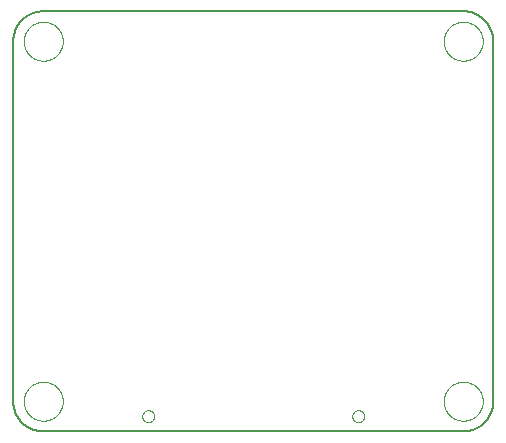
<source format=gko>
G75*
%MOIN*%
%OFA0B0*%
%FSLAX25Y25*%
%IPPOS*%
%LPD*%
%AMOC8*
5,1,8,0,0,1.08239X$1,22.5*
%
%ADD10C,0.00800*%
%ADD11C,0.00000*%
D10*
X0010000Y0000000D02*
X0150000Y0000000D01*
X0150242Y0000003D01*
X0150483Y0000012D01*
X0150724Y0000026D01*
X0150965Y0000047D01*
X0151205Y0000073D01*
X0151445Y0000105D01*
X0151684Y0000143D01*
X0151921Y0000186D01*
X0152158Y0000236D01*
X0152393Y0000291D01*
X0152627Y0000351D01*
X0152859Y0000418D01*
X0153090Y0000489D01*
X0153319Y0000567D01*
X0153546Y0000650D01*
X0153771Y0000738D01*
X0153994Y0000832D01*
X0154214Y0000931D01*
X0154432Y0001036D01*
X0154647Y0001145D01*
X0154860Y0001260D01*
X0155070Y0001380D01*
X0155276Y0001505D01*
X0155480Y0001635D01*
X0155681Y0001770D01*
X0155878Y0001910D01*
X0156072Y0002054D01*
X0156262Y0002203D01*
X0156448Y0002357D01*
X0156631Y0002515D01*
X0156810Y0002677D01*
X0156985Y0002844D01*
X0157156Y0003015D01*
X0157323Y0003190D01*
X0157485Y0003369D01*
X0157643Y0003552D01*
X0157797Y0003738D01*
X0157946Y0003928D01*
X0158090Y0004122D01*
X0158230Y0004319D01*
X0158365Y0004520D01*
X0158495Y0004724D01*
X0158620Y0004930D01*
X0158740Y0005140D01*
X0158855Y0005353D01*
X0158964Y0005568D01*
X0159069Y0005786D01*
X0159168Y0006006D01*
X0159262Y0006229D01*
X0159350Y0006454D01*
X0159433Y0006681D01*
X0159511Y0006910D01*
X0159582Y0007141D01*
X0159649Y0007373D01*
X0159709Y0007607D01*
X0159764Y0007842D01*
X0159814Y0008079D01*
X0159857Y0008316D01*
X0159895Y0008555D01*
X0159927Y0008795D01*
X0159953Y0009035D01*
X0159974Y0009276D01*
X0159988Y0009517D01*
X0159997Y0009758D01*
X0160000Y0010000D01*
X0160000Y0130000D01*
X0159997Y0130242D01*
X0159988Y0130483D01*
X0159974Y0130724D01*
X0159953Y0130965D01*
X0159927Y0131205D01*
X0159895Y0131445D01*
X0159857Y0131684D01*
X0159814Y0131921D01*
X0159764Y0132158D01*
X0159709Y0132393D01*
X0159649Y0132627D01*
X0159582Y0132859D01*
X0159511Y0133090D01*
X0159433Y0133319D01*
X0159350Y0133546D01*
X0159262Y0133771D01*
X0159168Y0133994D01*
X0159069Y0134214D01*
X0158964Y0134432D01*
X0158855Y0134647D01*
X0158740Y0134860D01*
X0158620Y0135070D01*
X0158495Y0135276D01*
X0158365Y0135480D01*
X0158230Y0135681D01*
X0158090Y0135878D01*
X0157946Y0136072D01*
X0157797Y0136262D01*
X0157643Y0136448D01*
X0157485Y0136631D01*
X0157323Y0136810D01*
X0157156Y0136985D01*
X0156985Y0137156D01*
X0156810Y0137323D01*
X0156631Y0137485D01*
X0156448Y0137643D01*
X0156262Y0137797D01*
X0156072Y0137946D01*
X0155878Y0138090D01*
X0155681Y0138230D01*
X0155480Y0138365D01*
X0155276Y0138495D01*
X0155070Y0138620D01*
X0154860Y0138740D01*
X0154647Y0138855D01*
X0154432Y0138964D01*
X0154214Y0139069D01*
X0153994Y0139168D01*
X0153771Y0139262D01*
X0153546Y0139350D01*
X0153319Y0139433D01*
X0153090Y0139511D01*
X0152859Y0139582D01*
X0152627Y0139649D01*
X0152393Y0139709D01*
X0152158Y0139764D01*
X0151921Y0139814D01*
X0151684Y0139857D01*
X0151445Y0139895D01*
X0151205Y0139927D01*
X0150965Y0139953D01*
X0150724Y0139974D01*
X0150483Y0139988D01*
X0150242Y0139997D01*
X0150000Y0140000D01*
X0010000Y0140000D01*
X0009758Y0139997D01*
X0009517Y0139988D01*
X0009276Y0139974D01*
X0009035Y0139953D01*
X0008795Y0139927D01*
X0008555Y0139895D01*
X0008316Y0139857D01*
X0008079Y0139814D01*
X0007842Y0139764D01*
X0007607Y0139709D01*
X0007373Y0139649D01*
X0007141Y0139582D01*
X0006910Y0139511D01*
X0006681Y0139433D01*
X0006454Y0139350D01*
X0006229Y0139262D01*
X0006006Y0139168D01*
X0005786Y0139069D01*
X0005568Y0138964D01*
X0005353Y0138855D01*
X0005140Y0138740D01*
X0004930Y0138620D01*
X0004724Y0138495D01*
X0004520Y0138365D01*
X0004319Y0138230D01*
X0004122Y0138090D01*
X0003928Y0137946D01*
X0003738Y0137797D01*
X0003552Y0137643D01*
X0003369Y0137485D01*
X0003190Y0137323D01*
X0003015Y0137156D01*
X0002844Y0136985D01*
X0002677Y0136810D01*
X0002515Y0136631D01*
X0002357Y0136448D01*
X0002203Y0136262D01*
X0002054Y0136072D01*
X0001910Y0135878D01*
X0001770Y0135681D01*
X0001635Y0135480D01*
X0001505Y0135276D01*
X0001380Y0135070D01*
X0001260Y0134860D01*
X0001145Y0134647D01*
X0001036Y0134432D01*
X0000931Y0134214D01*
X0000832Y0133994D01*
X0000738Y0133771D01*
X0000650Y0133546D01*
X0000567Y0133319D01*
X0000489Y0133090D01*
X0000418Y0132859D01*
X0000351Y0132627D01*
X0000291Y0132393D01*
X0000236Y0132158D01*
X0000186Y0131921D01*
X0000143Y0131684D01*
X0000105Y0131445D01*
X0000073Y0131205D01*
X0000047Y0130965D01*
X0000026Y0130724D01*
X0000012Y0130483D01*
X0000003Y0130242D01*
X0000000Y0130000D01*
X0000000Y0010000D01*
X0000003Y0009758D01*
X0000012Y0009517D01*
X0000026Y0009276D01*
X0000047Y0009035D01*
X0000073Y0008795D01*
X0000105Y0008555D01*
X0000143Y0008316D01*
X0000186Y0008079D01*
X0000236Y0007842D01*
X0000291Y0007607D01*
X0000351Y0007373D01*
X0000418Y0007141D01*
X0000489Y0006910D01*
X0000567Y0006681D01*
X0000650Y0006454D01*
X0000738Y0006229D01*
X0000832Y0006006D01*
X0000931Y0005786D01*
X0001036Y0005568D01*
X0001145Y0005353D01*
X0001260Y0005140D01*
X0001380Y0004930D01*
X0001505Y0004724D01*
X0001635Y0004520D01*
X0001770Y0004319D01*
X0001910Y0004122D01*
X0002054Y0003928D01*
X0002203Y0003738D01*
X0002357Y0003552D01*
X0002515Y0003369D01*
X0002677Y0003190D01*
X0002844Y0003015D01*
X0003015Y0002844D01*
X0003190Y0002677D01*
X0003369Y0002515D01*
X0003552Y0002357D01*
X0003738Y0002203D01*
X0003928Y0002054D01*
X0004122Y0001910D01*
X0004319Y0001770D01*
X0004520Y0001635D01*
X0004724Y0001505D01*
X0004930Y0001380D01*
X0005140Y0001260D01*
X0005353Y0001145D01*
X0005568Y0001036D01*
X0005786Y0000931D01*
X0006006Y0000832D01*
X0006229Y0000738D01*
X0006454Y0000650D01*
X0006681Y0000567D01*
X0006910Y0000489D01*
X0007141Y0000418D01*
X0007373Y0000351D01*
X0007607Y0000291D01*
X0007842Y0000236D01*
X0008079Y0000186D01*
X0008316Y0000143D01*
X0008555Y0000105D01*
X0008795Y0000073D01*
X0009035Y0000047D01*
X0009276Y0000026D01*
X0009517Y0000012D01*
X0009758Y0000003D01*
X0010000Y0000000D01*
D11*
X0003500Y0010000D02*
X0003502Y0010161D01*
X0003508Y0010321D01*
X0003518Y0010482D01*
X0003532Y0010642D01*
X0003550Y0010802D01*
X0003571Y0010961D01*
X0003597Y0011120D01*
X0003627Y0011278D01*
X0003660Y0011435D01*
X0003698Y0011592D01*
X0003739Y0011747D01*
X0003784Y0011901D01*
X0003833Y0012054D01*
X0003886Y0012206D01*
X0003942Y0012357D01*
X0004003Y0012506D01*
X0004066Y0012654D01*
X0004134Y0012800D01*
X0004205Y0012944D01*
X0004279Y0013086D01*
X0004357Y0013227D01*
X0004439Y0013365D01*
X0004524Y0013502D01*
X0004612Y0013636D01*
X0004704Y0013768D01*
X0004799Y0013898D01*
X0004897Y0014026D01*
X0004998Y0014151D01*
X0005102Y0014273D01*
X0005209Y0014393D01*
X0005319Y0014510D01*
X0005432Y0014625D01*
X0005548Y0014736D01*
X0005667Y0014845D01*
X0005788Y0014950D01*
X0005912Y0015053D01*
X0006038Y0015153D01*
X0006166Y0015249D01*
X0006297Y0015342D01*
X0006431Y0015432D01*
X0006566Y0015519D01*
X0006704Y0015602D01*
X0006843Y0015682D01*
X0006985Y0015758D01*
X0007128Y0015831D01*
X0007273Y0015900D01*
X0007420Y0015966D01*
X0007568Y0016028D01*
X0007718Y0016086D01*
X0007869Y0016141D01*
X0008022Y0016192D01*
X0008176Y0016239D01*
X0008331Y0016282D01*
X0008487Y0016321D01*
X0008643Y0016357D01*
X0008801Y0016388D01*
X0008959Y0016416D01*
X0009118Y0016440D01*
X0009278Y0016460D01*
X0009438Y0016476D01*
X0009598Y0016488D01*
X0009759Y0016496D01*
X0009920Y0016500D01*
X0010080Y0016500D01*
X0010241Y0016496D01*
X0010402Y0016488D01*
X0010562Y0016476D01*
X0010722Y0016460D01*
X0010882Y0016440D01*
X0011041Y0016416D01*
X0011199Y0016388D01*
X0011357Y0016357D01*
X0011513Y0016321D01*
X0011669Y0016282D01*
X0011824Y0016239D01*
X0011978Y0016192D01*
X0012131Y0016141D01*
X0012282Y0016086D01*
X0012432Y0016028D01*
X0012580Y0015966D01*
X0012727Y0015900D01*
X0012872Y0015831D01*
X0013015Y0015758D01*
X0013157Y0015682D01*
X0013296Y0015602D01*
X0013434Y0015519D01*
X0013569Y0015432D01*
X0013703Y0015342D01*
X0013834Y0015249D01*
X0013962Y0015153D01*
X0014088Y0015053D01*
X0014212Y0014950D01*
X0014333Y0014845D01*
X0014452Y0014736D01*
X0014568Y0014625D01*
X0014681Y0014510D01*
X0014791Y0014393D01*
X0014898Y0014273D01*
X0015002Y0014151D01*
X0015103Y0014026D01*
X0015201Y0013898D01*
X0015296Y0013768D01*
X0015388Y0013636D01*
X0015476Y0013502D01*
X0015561Y0013365D01*
X0015643Y0013227D01*
X0015721Y0013086D01*
X0015795Y0012944D01*
X0015866Y0012800D01*
X0015934Y0012654D01*
X0015997Y0012506D01*
X0016058Y0012357D01*
X0016114Y0012206D01*
X0016167Y0012054D01*
X0016216Y0011901D01*
X0016261Y0011747D01*
X0016302Y0011592D01*
X0016340Y0011435D01*
X0016373Y0011278D01*
X0016403Y0011120D01*
X0016429Y0010961D01*
X0016450Y0010802D01*
X0016468Y0010642D01*
X0016482Y0010482D01*
X0016492Y0010321D01*
X0016498Y0010161D01*
X0016500Y0010000D01*
X0016498Y0009839D01*
X0016492Y0009679D01*
X0016482Y0009518D01*
X0016468Y0009358D01*
X0016450Y0009198D01*
X0016429Y0009039D01*
X0016403Y0008880D01*
X0016373Y0008722D01*
X0016340Y0008565D01*
X0016302Y0008408D01*
X0016261Y0008253D01*
X0016216Y0008099D01*
X0016167Y0007946D01*
X0016114Y0007794D01*
X0016058Y0007643D01*
X0015997Y0007494D01*
X0015934Y0007346D01*
X0015866Y0007200D01*
X0015795Y0007056D01*
X0015721Y0006914D01*
X0015643Y0006773D01*
X0015561Y0006635D01*
X0015476Y0006498D01*
X0015388Y0006364D01*
X0015296Y0006232D01*
X0015201Y0006102D01*
X0015103Y0005974D01*
X0015002Y0005849D01*
X0014898Y0005727D01*
X0014791Y0005607D01*
X0014681Y0005490D01*
X0014568Y0005375D01*
X0014452Y0005264D01*
X0014333Y0005155D01*
X0014212Y0005050D01*
X0014088Y0004947D01*
X0013962Y0004847D01*
X0013834Y0004751D01*
X0013703Y0004658D01*
X0013569Y0004568D01*
X0013434Y0004481D01*
X0013296Y0004398D01*
X0013157Y0004318D01*
X0013015Y0004242D01*
X0012872Y0004169D01*
X0012727Y0004100D01*
X0012580Y0004034D01*
X0012432Y0003972D01*
X0012282Y0003914D01*
X0012131Y0003859D01*
X0011978Y0003808D01*
X0011824Y0003761D01*
X0011669Y0003718D01*
X0011513Y0003679D01*
X0011357Y0003643D01*
X0011199Y0003612D01*
X0011041Y0003584D01*
X0010882Y0003560D01*
X0010722Y0003540D01*
X0010562Y0003524D01*
X0010402Y0003512D01*
X0010241Y0003504D01*
X0010080Y0003500D01*
X0009920Y0003500D01*
X0009759Y0003504D01*
X0009598Y0003512D01*
X0009438Y0003524D01*
X0009278Y0003540D01*
X0009118Y0003560D01*
X0008959Y0003584D01*
X0008801Y0003612D01*
X0008643Y0003643D01*
X0008487Y0003679D01*
X0008331Y0003718D01*
X0008176Y0003761D01*
X0008022Y0003808D01*
X0007869Y0003859D01*
X0007718Y0003914D01*
X0007568Y0003972D01*
X0007420Y0004034D01*
X0007273Y0004100D01*
X0007128Y0004169D01*
X0006985Y0004242D01*
X0006843Y0004318D01*
X0006704Y0004398D01*
X0006566Y0004481D01*
X0006431Y0004568D01*
X0006297Y0004658D01*
X0006166Y0004751D01*
X0006038Y0004847D01*
X0005912Y0004947D01*
X0005788Y0005050D01*
X0005667Y0005155D01*
X0005548Y0005264D01*
X0005432Y0005375D01*
X0005319Y0005490D01*
X0005209Y0005607D01*
X0005102Y0005727D01*
X0004998Y0005849D01*
X0004897Y0005974D01*
X0004799Y0006102D01*
X0004704Y0006232D01*
X0004612Y0006364D01*
X0004524Y0006498D01*
X0004439Y0006635D01*
X0004357Y0006773D01*
X0004279Y0006914D01*
X0004205Y0007056D01*
X0004134Y0007200D01*
X0004066Y0007346D01*
X0004003Y0007494D01*
X0003942Y0007643D01*
X0003886Y0007794D01*
X0003833Y0007946D01*
X0003784Y0008099D01*
X0003739Y0008253D01*
X0003698Y0008408D01*
X0003660Y0008565D01*
X0003627Y0008722D01*
X0003597Y0008880D01*
X0003571Y0009039D01*
X0003550Y0009198D01*
X0003532Y0009358D01*
X0003518Y0009518D01*
X0003508Y0009679D01*
X0003502Y0009839D01*
X0003500Y0010000D01*
X0043000Y0005000D02*
X0043002Y0005089D01*
X0043008Y0005178D01*
X0043018Y0005267D01*
X0043032Y0005355D01*
X0043049Y0005442D01*
X0043071Y0005528D01*
X0043097Y0005614D01*
X0043126Y0005698D01*
X0043159Y0005781D01*
X0043195Y0005862D01*
X0043236Y0005942D01*
X0043279Y0006019D01*
X0043326Y0006095D01*
X0043377Y0006168D01*
X0043430Y0006239D01*
X0043487Y0006308D01*
X0043547Y0006374D01*
X0043610Y0006438D01*
X0043675Y0006498D01*
X0043743Y0006556D01*
X0043814Y0006610D01*
X0043887Y0006661D01*
X0043962Y0006709D01*
X0044039Y0006754D01*
X0044118Y0006795D01*
X0044199Y0006832D01*
X0044281Y0006866D01*
X0044365Y0006897D01*
X0044450Y0006923D01*
X0044536Y0006946D01*
X0044623Y0006964D01*
X0044711Y0006979D01*
X0044800Y0006990D01*
X0044889Y0006997D01*
X0044978Y0007000D01*
X0045067Y0006999D01*
X0045156Y0006994D01*
X0045244Y0006985D01*
X0045333Y0006972D01*
X0045420Y0006955D01*
X0045507Y0006935D01*
X0045593Y0006910D01*
X0045677Y0006882D01*
X0045760Y0006850D01*
X0045842Y0006814D01*
X0045922Y0006775D01*
X0046000Y0006732D01*
X0046076Y0006686D01*
X0046150Y0006636D01*
X0046222Y0006583D01*
X0046291Y0006527D01*
X0046358Y0006468D01*
X0046422Y0006406D01*
X0046483Y0006342D01*
X0046542Y0006274D01*
X0046597Y0006204D01*
X0046649Y0006132D01*
X0046698Y0006057D01*
X0046743Y0005981D01*
X0046785Y0005902D01*
X0046823Y0005822D01*
X0046858Y0005740D01*
X0046889Y0005656D01*
X0046917Y0005571D01*
X0046940Y0005485D01*
X0046960Y0005398D01*
X0046976Y0005311D01*
X0046988Y0005222D01*
X0046996Y0005134D01*
X0047000Y0005045D01*
X0047000Y0004955D01*
X0046996Y0004866D01*
X0046988Y0004778D01*
X0046976Y0004689D01*
X0046960Y0004602D01*
X0046940Y0004515D01*
X0046917Y0004429D01*
X0046889Y0004344D01*
X0046858Y0004260D01*
X0046823Y0004178D01*
X0046785Y0004098D01*
X0046743Y0004019D01*
X0046698Y0003943D01*
X0046649Y0003868D01*
X0046597Y0003796D01*
X0046542Y0003726D01*
X0046483Y0003658D01*
X0046422Y0003594D01*
X0046358Y0003532D01*
X0046291Y0003473D01*
X0046222Y0003417D01*
X0046150Y0003364D01*
X0046076Y0003314D01*
X0046000Y0003268D01*
X0045922Y0003225D01*
X0045842Y0003186D01*
X0045760Y0003150D01*
X0045677Y0003118D01*
X0045593Y0003090D01*
X0045507Y0003065D01*
X0045420Y0003045D01*
X0045333Y0003028D01*
X0045244Y0003015D01*
X0045156Y0003006D01*
X0045067Y0003001D01*
X0044978Y0003000D01*
X0044889Y0003003D01*
X0044800Y0003010D01*
X0044711Y0003021D01*
X0044623Y0003036D01*
X0044536Y0003054D01*
X0044450Y0003077D01*
X0044365Y0003103D01*
X0044281Y0003134D01*
X0044199Y0003168D01*
X0044118Y0003205D01*
X0044039Y0003246D01*
X0043962Y0003291D01*
X0043887Y0003339D01*
X0043814Y0003390D01*
X0043743Y0003444D01*
X0043675Y0003502D01*
X0043610Y0003562D01*
X0043547Y0003626D01*
X0043487Y0003692D01*
X0043430Y0003761D01*
X0043377Y0003832D01*
X0043326Y0003905D01*
X0043279Y0003981D01*
X0043236Y0004058D01*
X0043195Y0004138D01*
X0043159Y0004219D01*
X0043126Y0004302D01*
X0043097Y0004386D01*
X0043071Y0004472D01*
X0043049Y0004558D01*
X0043032Y0004645D01*
X0043018Y0004733D01*
X0043008Y0004822D01*
X0043002Y0004911D01*
X0043000Y0005000D01*
X0113000Y0005000D02*
X0113002Y0005089D01*
X0113008Y0005178D01*
X0113018Y0005267D01*
X0113032Y0005355D01*
X0113049Y0005442D01*
X0113071Y0005528D01*
X0113097Y0005614D01*
X0113126Y0005698D01*
X0113159Y0005781D01*
X0113195Y0005862D01*
X0113236Y0005942D01*
X0113279Y0006019D01*
X0113326Y0006095D01*
X0113377Y0006168D01*
X0113430Y0006239D01*
X0113487Y0006308D01*
X0113547Y0006374D01*
X0113610Y0006438D01*
X0113675Y0006498D01*
X0113743Y0006556D01*
X0113814Y0006610D01*
X0113887Y0006661D01*
X0113962Y0006709D01*
X0114039Y0006754D01*
X0114118Y0006795D01*
X0114199Y0006832D01*
X0114281Y0006866D01*
X0114365Y0006897D01*
X0114450Y0006923D01*
X0114536Y0006946D01*
X0114623Y0006964D01*
X0114711Y0006979D01*
X0114800Y0006990D01*
X0114889Y0006997D01*
X0114978Y0007000D01*
X0115067Y0006999D01*
X0115156Y0006994D01*
X0115244Y0006985D01*
X0115333Y0006972D01*
X0115420Y0006955D01*
X0115507Y0006935D01*
X0115593Y0006910D01*
X0115677Y0006882D01*
X0115760Y0006850D01*
X0115842Y0006814D01*
X0115922Y0006775D01*
X0116000Y0006732D01*
X0116076Y0006686D01*
X0116150Y0006636D01*
X0116222Y0006583D01*
X0116291Y0006527D01*
X0116358Y0006468D01*
X0116422Y0006406D01*
X0116483Y0006342D01*
X0116542Y0006274D01*
X0116597Y0006204D01*
X0116649Y0006132D01*
X0116698Y0006057D01*
X0116743Y0005981D01*
X0116785Y0005902D01*
X0116823Y0005822D01*
X0116858Y0005740D01*
X0116889Y0005656D01*
X0116917Y0005571D01*
X0116940Y0005485D01*
X0116960Y0005398D01*
X0116976Y0005311D01*
X0116988Y0005222D01*
X0116996Y0005134D01*
X0117000Y0005045D01*
X0117000Y0004955D01*
X0116996Y0004866D01*
X0116988Y0004778D01*
X0116976Y0004689D01*
X0116960Y0004602D01*
X0116940Y0004515D01*
X0116917Y0004429D01*
X0116889Y0004344D01*
X0116858Y0004260D01*
X0116823Y0004178D01*
X0116785Y0004098D01*
X0116743Y0004019D01*
X0116698Y0003943D01*
X0116649Y0003868D01*
X0116597Y0003796D01*
X0116542Y0003726D01*
X0116483Y0003658D01*
X0116422Y0003594D01*
X0116358Y0003532D01*
X0116291Y0003473D01*
X0116222Y0003417D01*
X0116150Y0003364D01*
X0116076Y0003314D01*
X0116000Y0003268D01*
X0115922Y0003225D01*
X0115842Y0003186D01*
X0115760Y0003150D01*
X0115677Y0003118D01*
X0115593Y0003090D01*
X0115507Y0003065D01*
X0115420Y0003045D01*
X0115333Y0003028D01*
X0115244Y0003015D01*
X0115156Y0003006D01*
X0115067Y0003001D01*
X0114978Y0003000D01*
X0114889Y0003003D01*
X0114800Y0003010D01*
X0114711Y0003021D01*
X0114623Y0003036D01*
X0114536Y0003054D01*
X0114450Y0003077D01*
X0114365Y0003103D01*
X0114281Y0003134D01*
X0114199Y0003168D01*
X0114118Y0003205D01*
X0114039Y0003246D01*
X0113962Y0003291D01*
X0113887Y0003339D01*
X0113814Y0003390D01*
X0113743Y0003444D01*
X0113675Y0003502D01*
X0113610Y0003562D01*
X0113547Y0003626D01*
X0113487Y0003692D01*
X0113430Y0003761D01*
X0113377Y0003832D01*
X0113326Y0003905D01*
X0113279Y0003981D01*
X0113236Y0004058D01*
X0113195Y0004138D01*
X0113159Y0004219D01*
X0113126Y0004302D01*
X0113097Y0004386D01*
X0113071Y0004472D01*
X0113049Y0004558D01*
X0113032Y0004645D01*
X0113018Y0004733D01*
X0113008Y0004822D01*
X0113002Y0004911D01*
X0113000Y0005000D01*
X0143500Y0010000D02*
X0143502Y0010161D01*
X0143508Y0010321D01*
X0143518Y0010482D01*
X0143532Y0010642D01*
X0143550Y0010802D01*
X0143571Y0010961D01*
X0143597Y0011120D01*
X0143627Y0011278D01*
X0143660Y0011435D01*
X0143698Y0011592D01*
X0143739Y0011747D01*
X0143784Y0011901D01*
X0143833Y0012054D01*
X0143886Y0012206D01*
X0143942Y0012357D01*
X0144003Y0012506D01*
X0144066Y0012654D01*
X0144134Y0012800D01*
X0144205Y0012944D01*
X0144279Y0013086D01*
X0144357Y0013227D01*
X0144439Y0013365D01*
X0144524Y0013502D01*
X0144612Y0013636D01*
X0144704Y0013768D01*
X0144799Y0013898D01*
X0144897Y0014026D01*
X0144998Y0014151D01*
X0145102Y0014273D01*
X0145209Y0014393D01*
X0145319Y0014510D01*
X0145432Y0014625D01*
X0145548Y0014736D01*
X0145667Y0014845D01*
X0145788Y0014950D01*
X0145912Y0015053D01*
X0146038Y0015153D01*
X0146166Y0015249D01*
X0146297Y0015342D01*
X0146431Y0015432D01*
X0146566Y0015519D01*
X0146704Y0015602D01*
X0146843Y0015682D01*
X0146985Y0015758D01*
X0147128Y0015831D01*
X0147273Y0015900D01*
X0147420Y0015966D01*
X0147568Y0016028D01*
X0147718Y0016086D01*
X0147869Y0016141D01*
X0148022Y0016192D01*
X0148176Y0016239D01*
X0148331Y0016282D01*
X0148487Y0016321D01*
X0148643Y0016357D01*
X0148801Y0016388D01*
X0148959Y0016416D01*
X0149118Y0016440D01*
X0149278Y0016460D01*
X0149438Y0016476D01*
X0149598Y0016488D01*
X0149759Y0016496D01*
X0149920Y0016500D01*
X0150080Y0016500D01*
X0150241Y0016496D01*
X0150402Y0016488D01*
X0150562Y0016476D01*
X0150722Y0016460D01*
X0150882Y0016440D01*
X0151041Y0016416D01*
X0151199Y0016388D01*
X0151357Y0016357D01*
X0151513Y0016321D01*
X0151669Y0016282D01*
X0151824Y0016239D01*
X0151978Y0016192D01*
X0152131Y0016141D01*
X0152282Y0016086D01*
X0152432Y0016028D01*
X0152580Y0015966D01*
X0152727Y0015900D01*
X0152872Y0015831D01*
X0153015Y0015758D01*
X0153157Y0015682D01*
X0153296Y0015602D01*
X0153434Y0015519D01*
X0153569Y0015432D01*
X0153703Y0015342D01*
X0153834Y0015249D01*
X0153962Y0015153D01*
X0154088Y0015053D01*
X0154212Y0014950D01*
X0154333Y0014845D01*
X0154452Y0014736D01*
X0154568Y0014625D01*
X0154681Y0014510D01*
X0154791Y0014393D01*
X0154898Y0014273D01*
X0155002Y0014151D01*
X0155103Y0014026D01*
X0155201Y0013898D01*
X0155296Y0013768D01*
X0155388Y0013636D01*
X0155476Y0013502D01*
X0155561Y0013365D01*
X0155643Y0013227D01*
X0155721Y0013086D01*
X0155795Y0012944D01*
X0155866Y0012800D01*
X0155934Y0012654D01*
X0155997Y0012506D01*
X0156058Y0012357D01*
X0156114Y0012206D01*
X0156167Y0012054D01*
X0156216Y0011901D01*
X0156261Y0011747D01*
X0156302Y0011592D01*
X0156340Y0011435D01*
X0156373Y0011278D01*
X0156403Y0011120D01*
X0156429Y0010961D01*
X0156450Y0010802D01*
X0156468Y0010642D01*
X0156482Y0010482D01*
X0156492Y0010321D01*
X0156498Y0010161D01*
X0156500Y0010000D01*
X0156498Y0009839D01*
X0156492Y0009679D01*
X0156482Y0009518D01*
X0156468Y0009358D01*
X0156450Y0009198D01*
X0156429Y0009039D01*
X0156403Y0008880D01*
X0156373Y0008722D01*
X0156340Y0008565D01*
X0156302Y0008408D01*
X0156261Y0008253D01*
X0156216Y0008099D01*
X0156167Y0007946D01*
X0156114Y0007794D01*
X0156058Y0007643D01*
X0155997Y0007494D01*
X0155934Y0007346D01*
X0155866Y0007200D01*
X0155795Y0007056D01*
X0155721Y0006914D01*
X0155643Y0006773D01*
X0155561Y0006635D01*
X0155476Y0006498D01*
X0155388Y0006364D01*
X0155296Y0006232D01*
X0155201Y0006102D01*
X0155103Y0005974D01*
X0155002Y0005849D01*
X0154898Y0005727D01*
X0154791Y0005607D01*
X0154681Y0005490D01*
X0154568Y0005375D01*
X0154452Y0005264D01*
X0154333Y0005155D01*
X0154212Y0005050D01*
X0154088Y0004947D01*
X0153962Y0004847D01*
X0153834Y0004751D01*
X0153703Y0004658D01*
X0153569Y0004568D01*
X0153434Y0004481D01*
X0153296Y0004398D01*
X0153157Y0004318D01*
X0153015Y0004242D01*
X0152872Y0004169D01*
X0152727Y0004100D01*
X0152580Y0004034D01*
X0152432Y0003972D01*
X0152282Y0003914D01*
X0152131Y0003859D01*
X0151978Y0003808D01*
X0151824Y0003761D01*
X0151669Y0003718D01*
X0151513Y0003679D01*
X0151357Y0003643D01*
X0151199Y0003612D01*
X0151041Y0003584D01*
X0150882Y0003560D01*
X0150722Y0003540D01*
X0150562Y0003524D01*
X0150402Y0003512D01*
X0150241Y0003504D01*
X0150080Y0003500D01*
X0149920Y0003500D01*
X0149759Y0003504D01*
X0149598Y0003512D01*
X0149438Y0003524D01*
X0149278Y0003540D01*
X0149118Y0003560D01*
X0148959Y0003584D01*
X0148801Y0003612D01*
X0148643Y0003643D01*
X0148487Y0003679D01*
X0148331Y0003718D01*
X0148176Y0003761D01*
X0148022Y0003808D01*
X0147869Y0003859D01*
X0147718Y0003914D01*
X0147568Y0003972D01*
X0147420Y0004034D01*
X0147273Y0004100D01*
X0147128Y0004169D01*
X0146985Y0004242D01*
X0146843Y0004318D01*
X0146704Y0004398D01*
X0146566Y0004481D01*
X0146431Y0004568D01*
X0146297Y0004658D01*
X0146166Y0004751D01*
X0146038Y0004847D01*
X0145912Y0004947D01*
X0145788Y0005050D01*
X0145667Y0005155D01*
X0145548Y0005264D01*
X0145432Y0005375D01*
X0145319Y0005490D01*
X0145209Y0005607D01*
X0145102Y0005727D01*
X0144998Y0005849D01*
X0144897Y0005974D01*
X0144799Y0006102D01*
X0144704Y0006232D01*
X0144612Y0006364D01*
X0144524Y0006498D01*
X0144439Y0006635D01*
X0144357Y0006773D01*
X0144279Y0006914D01*
X0144205Y0007056D01*
X0144134Y0007200D01*
X0144066Y0007346D01*
X0144003Y0007494D01*
X0143942Y0007643D01*
X0143886Y0007794D01*
X0143833Y0007946D01*
X0143784Y0008099D01*
X0143739Y0008253D01*
X0143698Y0008408D01*
X0143660Y0008565D01*
X0143627Y0008722D01*
X0143597Y0008880D01*
X0143571Y0009039D01*
X0143550Y0009198D01*
X0143532Y0009358D01*
X0143518Y0009518D01*
X0143508Y0009679D01*
X0143502Y0009839D01*
X0143500Y0010000D01*
X0143500Y0130000D02*
X0143502Y0130161D01*
X0143508Y0130321D01*
X0143518Y0130482D01*
X0143532Y0130642D01*
X0143550Y0130802D01*
X0143571Y0130961D01*
X0143597Y0131120D01*
X0143627Y0131278D01*
X0143660Y0131435D01*
X0143698Y0131592D01*
X0143739Y0131747D01*
X0143784Y0131901D01*
X0143833Y0132054D01*
X0143886Y0132206D01*
X0143942Y0132357D01*
X0144003Y0132506D01*
X0144066Y0132654D01*
X0144134Y0132800D01*
X0144205Y0132944D01*
X0144279Y0133086D01*
X0144357Y0133227D01*
X0144439Y0133365D01*
X0144524Y0133502D01*
X0144612Y0133636D01*
X0144704Y0133768D01*
X0144799Y0133898D01*
X0144897Y0134026D01*
X0144998Y0134151D01*
X0145102Y0134273D01*
X0145209Y0134393D01*
X0145319Y0134510D01*
X0145432Y0134625D01*
X0145548Y0134736D01*
X0145667Y0134845D01*
X0145788Y0134950D01*
X0145912Y0135053D01*
X0146038Y0135153D01*
X0146166Y0135249D01*
X0146297Y0135342D01*
X0146431Y0135432D01*
X0146566Y0135519D01*
X0146704Y0135602D01*
X0146843Y0135682D01*
X0146985Y0135758D01*
X0147128Y0135831D01*
X0147273Y0135900D01*
X0147420Y0135966D01*
X0147568Y0136028D01*
X0147718Y0136086D01*
X0147869Y0136141D01*
X0148022Y0136192D01*
X0148176Y0136239D01*
X0148331Y0136282D01*
X0148487Y0136321D01*
X0148643Y0136357D01*
X0148801Y0136388D01*
X0148959Y0136416D01*
X0149118Y0136440D01*
X0149278Y0136460D01*
X0149438Y0136476D01*
X0149598Y0136488D01*
X0149759Y0136496D01*
X0149920Y0136500D01*
X0150080Y0136500D01*
X0150241Y0136496D01*
X0150402Y0136488D01*
X0150562Y0136476D01*
X0150722Y0136460D01*
X0150882Y0136440D01*
X0151041Y0136416D01*
X0151199Y0136388D01*
X0151357Y0136357D01*
X0151513Y0136321D01*
X0151669Y0136282D01*
X0151824Y0136239D01*
X0151978Y0136192D01*
X0152131Y0136141D01*
X0152282Y0136086D01*
X0152432Y0136028D01*
X0152580Y0135966D01*
X0152727Y0135900D01*
X0152872Y0135831D01*
X0153015Y0135758D01*
X0153157Y0135682D01*
X0153296Y0135602D01*
X0153434Y0135519D01*
X0153569Y0135432D01*
X0153703Y0135342D01*
X0153834Y0135249D01*
X0153962Y0135153D01*
X0154088Y0135053D01*
X0154212Y0134950D01*
X0154333Y0134845D01*
X0154452Y0134736D01*
X0154568Y0134625D01*
X0154681Y0134510D01*
X0154791Y0134393D01*
X0154898Y0134273D01*
X0155002Y0134151D01*
X0155103Y0134026D01*
X0155201Y0133898D01*
X0155296Y0133768D01*
X0155388Y0133636D01*
X0155476Y0133502D01*
X0155561Y0133365D01*
X0155643Y0133227D01*
X0155721Y0133086D01*
X0155795Y0132944D01*
X0155866Y0132800D01*
X0155934Y0132654D01*
X0155997Y0132506D01*
X0156058Y0132357D01*
X0156114Y0132206D01*
X0156167Y0132054D01*
X0156216Y0131901D01*
X0156261Y0131747D01*
X0156302Y0131592D01*
X0156340Y0131435D01*
X0156373Y0131278D01*
X0156403Y0131120D01*
X0156429Y0130961D01*
X0156450Y0130802D01*
X0156468Y0130642D01*
X0156482Y0130482D01*
X0156492Y0130321D01*
X0156498Y0130161D01*
X0156500Y0130000D01*
X0156498Y0129839D01*
X0156492Y0129679D01*
X0156482Y0129518D01*
X0156468Y0129358D01*
X0156450Y0129198D01*
X0156429Y0129039D01*
X0156403Y0128880D01*
X0156373Y0128722D01*
X0156340Y0128565D01*
X0156302Y0128408D01*
X0156261Y0128253D01*
X0156216Y0128099D01*
X0156167Y0127946D01*
X0156114Y0127794D01*
X0156058Y0127643D01*
X0155997Y0127494D01*
X0155934Y0127346D01*
X0155866Y0127200D01*
X0155795Y0127056D01*
X0155721Y0126914D01*
X0155643Y0126773D01*
X0155561Y0126635D01*
X0155476Y0126498D01*
X0155388Y0126364D01*
X0155296Y0126232D01*
X0155201Y0126102D01*
X0155103Y0125974D01*
X0155002Y0125849D01*
X0154898Y0125727D01*
X0154791Y0125607D01*
X0154681Y0125490D01*
X0154568Y0125375D01*
X0154452Y0125264D01*
X0154333Y0125155D01*
X0154212Y0125050D01*
X0154088Y0124947D01*
X0153962Y0124847D01*
X0153834Y0124751D01*
X0153703Y0124658D01*
X0153569Y0124568D01*
X0153434Y0124481D01*
X0153296Y0124398D01*
X0153157Y0124318D01*
X0153015Y0124242D01*
X0152872Y0124169D01*
X0152727Y0124100D01*
X0152580Y0124034D01*
X0152432Y0123972D01*
X0152282Y0123914D01*
X0152131Y0123859D01*
X0151978Y0123808D01*
X0151824Y0123761D01*
X0151669Y0123718D01*
X0151513Y0123679D01*
X0151357Y0123643D01*
X0151199Y0123612D01*
X0151041Y0123584D01*
X0150882Y0123560D01*
X0150722Y0123540D01*
X0150562Y0123524D01*
X0150402Y0123512D01*
X0150241Y0123504D01*
X0150080Y0123500D01*
X0149920Y0123500D01*
X0149759Y0123504D01*
X0149598Y0123512D01*
X0149438Y0123524D01*
X0149278Y0123540D01*
X0149118Y0123560D01*
X0148959Y0123584D01*
X0148801Y0123612D01*
X0148643Y0123643D01*
X0148487Y0123679D01*
X0148331Y0123718D01*
X0148176Y0123761D01*
X0148022Y0123808D01*
X0147869Y0123859D01*
X0147718Y0123914D01*
X0147568Y0123972D01*
X0147420Y0124034D01*
X0147273Y0124100D01*
X0147128Y0124169D01*
X0146985Y0124242D01*
X0146843Y0124318D01*
X0146704Y0124398D01*
X0146566Y0124481D01*
X0146431Y0124568D01*
X0146297Y0124658D01*
X0146166Y0124751D01*
X0146038Y0124847D01*
X0145912Y0124947D01*
X0145788Y0125050D01*
X0145667Y0125155D01*
X0145548Y0125264D01*
X0145432Y0125375D01*
X0145319Y0125490D01*
X0145209Y0125607D01*
X0145102Y0125727D01*
X0144998Y0125849D01*
X0144897Y0125974D01*
X0144799Y0126102D01*
X0144704Y0126232D01*
X0144612Y0126364D01*
X0144524Y0126498D01*
X0144439Y0126635D01*
X0144357Y0126773D01*
X0144279Y0126914D01*
X0144205Y0127056D01*
X0144134Y0127200D01*
X0144066Y0127346D01*
X0144003Y0127494D01*
X0143942Y0127643D01*
X0143886Y0127794D01*
X0143833Y0127946D01*
X0143784Y0128099D01*
X0143739Y0128253D01*
X0143698Y0128408D01*
X0143660Y0128565D01*
X0143627Y0128722D01*
X0143597Y0128880D01*
X0143571Y0129039D01*
X0143550Y0129198D01*
X0143532Y0129358D01*
X0143518Y0129518D01*
X0143508Y0129679D01*
X0143502Y0129839D01*
X0143500Y0130000D01*
X0003500Y0130000D02*
X0003502Y0130161D01*
X0003508Y0130321D01*
X0003518Y0130482D01*
X0003532Y0130642D01*
X0003550Y0130802D01*
X0003571Y0130961D01*
X0003597Y0131120D01*
X0003627Y0131278D01*
X0003660Y0131435D01*
X0003698Y0131592D01*
X0003739Y0131747D01*
X0003784Y0131901D01*
X0003833Y0132054D01*
X0003886Y0132206D01*
X0003942Y0132357D01*
X0004003Y0132506D01*
X0004066Y0132654D01*
X0004134Y0132800D01*
X0004205Y0132944D01*
X0004279Y0133086D01*
X0004357Y0133227D01*
X0004439Y0133365D01*
X0004524Y0133502D01*
X0004612Y0133636D01*
X0004704Y0133768D01*
X0004799Y0133898D01*
X0004897Y0134026D01*
X0004998Y0134151D01*
X0005102Y0134273D01*
X0005209Y0134393D01*
X0005319Y0134510D01*
X0005432Y0134625D01*
X0005548Y0134736D01*
X0005667Y0134845D01*
X0005788Y0134950D01*
X0005912Y0135053D01*
X0006038Y0135153D01*
X0006166Y0135249D01*
X0006297Y0135342D01*
X0006431Y0135432D01*
X0006566Y0135519D01*
X0006704Y0135602D01*
X0006843Y0135682D01*
X0006985Y0135758D01*
X0007128Y0135831D01*
X0007273Y0135900D01*
X0007420Y0135966D01*
X0007568Y0136028D01*
X0007718Y0136086D01*
X0007869Y0136141D01*
X0008022Y0136192D01*
X0008176Y0136239D01*
X0008331Y0136282D01*
X0008487Y0136321D01*
X0008643Y0136357D01*
X0008801Y0136388D01*
X0008959Y0136416D01*
X0009118Y0136440D01*
X0009278Y0136460D01*
X0009438Y0136476D01*
X0009598Y0136488D01*
X0009759Y0136496D01*
X0009920Y0136500D01*
X0010080Y0136500D01*
X0010241Y0136496D01*
X0010402Y0136488D01*
X0010562Y0136476D01*
X0010722Y0136460D01*
X0010882Y0136440D01*
X0011041Y0136416D01*
X0011199Y0136388D01*
X0011357Y0136357D01*
X0011513Y0136321D01*
X0011669Y0136282D01*
X0011824Y0136239D01*
X0011978Y0136192D01*
X0012131Y0136141D01*
X0012282Y0136086D01*
X0012432Y0136028D01*
X0012580Y0135966D01*
X0012727Y0135900D01*
X0012872Y0135831D01*
X0013015Y0135758D01*
X0013157Y0135682D01*
X0013296Y0135602D01*
X0013434Y0135519D01*
X0013569Y0135432D01*
X0013703Y0135342D01*
X0013834Y0135249D01*
X0013962Y0135153D01*
X0014088Y0135053D01*
X0014212Y0134950D01*
X0014333Y0134845D01*
X0014452Y0134736D01*
X0014568Y0134625D01*
X0014681Y0134510D01*
X0014791Y0134393D01*
X0014898Y0134273D01*
X0015002Y0134151D01*
X0015103Y0134026D01*
X0015201Y0133898D01*
X0015296Y0133768D01*
X0015388Y0133636D01*
X0015476Y0133502D01*
X0015561Y0133365D01*
X0015643Y0133227D01*
X0015721Y0133086D01*
X0015795Y0132944D01*
X0015866Y0132800D01*
X0015934Y0132654D01*
X0015997Y0132506D01*
X0016058Y0132357D01*
X0016114Y0132206D01*
X0016167Y0132054D01*
X0016216Y0131901D01*
X0016261Y0131747D01*
X0016302Y0131592D01*
X0016340Y0131435D01*
X0016373Y0131278D01*
X0016403Y0131120D01*
X0016429Y0130961D01*
X0016450Y0130802D01*
X0016468Y0130642D01*
X0016482Y0130482D01*
X0016492Y0130321D01*
X0016498Y0130161D01*
X0016500Y0130000D01*
X0016498Y0129839D01*
X0016492Y0129679D01*
X0016482Y0129518D01*
X0016468Y0129358D01*
X0016450Y0129198D01*
X0016429Y0129039D01*
X0016403Y0128880D01*
X0016373Y0128722D01*
X0016340Y0128565D01*
X0016302Y0128408D01*
X0016261Y0128253D01*
X0016216Y0128099D01*
X0016167Y0127946D01*
X0016114Y0127794D01*
X0016058Y0127643D01*
X0015997Y0127494D01*
X0015934Y0127346D01*
X0015866Y0127200D01*
X0015795Y0127056D01*
X0015721Y0126914D01*
X0015643Y0126773D01*
X0015561Y0126635D01*
X0015476Y0126498D01*
X0015388Y0126364D01*
X0015296Y0126232D01*
X0015201Y0126102D01*
X0015103Y0125974D01*
X0015002Y0125849D01*
X0014898Y0125727D01*
X0014791Y0125607D01*
X0014681Y0125490D01*
X0014568Y0125375D01*
X0014452Y0125264D01*
X0014333Y0125155D01*
X0014212Y0125050D01*
X0014088Y0124947D01*
X0013962Y0124847D01*
X0013834Y0124751D01*
X0013703Y0124658D01*
X0013569Y0124568D01*
X0013434Y0124481D01*
X0013296Y0124398D01*
X0013157Y0124318D01*
X0013015Y0124242D01*
X0012872Y0124169D01*
X0012727Y0124100D01*
X0012580Y0124034D01*
X0012432Y0123972D01*
X0012282Y0123914D01*
X0012131Y0123859D01*
X0011978Y0123808D01*
X0011824Y0123761D01*
X0011669Y0123718D01*
X0011513Y0123679D01*
X0011357Y0123643D01*
X0011199Y0123612D01*
X0011041Y0123584D01*
X0010882Y0123560D01*
X0010722Y0123540D01*
X0010562Y0123524D01*
X0010402Y0123512D01*
X0010241Y0123504D01*
X0010080Y0123500D01*
X0009920Y0123500D01*
X0009759Y0123504D01*
X0009598Y0123512D01*
X0009438Y0123524D01*
X0009278Y0123540D01*
X0009118Y0123560D01*
X0008959Y0123584D01*
X0008801Y0123612D01*
X0008643Y0123643D01*
X0008487Y0123679D01*
X0008331Y0123718D01*
X0008176Y0123761D01*
X0008022Y0123808D01*
X0007869Y0123859D01*
X0007718Y0123914D01*
X0007568Y0123972D01*
X0007420Y0124034D01*
X0007273Y0124100D01*
X0007128Y0124169D01*
X0006985Y0124242D01*
X0006843Y0124318D01*
X0006704Y0124398D01*
X0006566Y0124481D01*
X0006431Y0124568D01*
X0006297Y0124658D01*
X0006166Y0124751D01*
X0006038Y0124847D01*
X0005912Y0124947D01*
X0005788Y0125050D01*
X0005667Y0125155D01*
X0005548Y0125264D01*
X0005432Y0125375D01*
X0005319Y0125490D01*
X0005209Y0125607D01*
X0005102Y0125727D01*
X0004998Y0125849D01*
X0004897Y0125974D01*
X0004799Y0126102D01*
X0004704Y0126232D01*
X0004612Y0126364D01*
X0004524Y0126498D01*
X0004439Y0126635D01*
X0004357Y0126773D01*
X0004279Y0126914D01*
X0004205Y0127056D01*
X0004134Y0127200D01*
X0004066Y0127346D01*
X0004003Y0127494D01*
X0003942Y0127643D01*
X0003886Y0127794D01*
X0003833Y0127946D01*
X0003784Y0128099D01*
X0003739Y0128253D01*
X0003698Y0128408D01*
X0003660Y0128565D01*
X0003627Y0128722D01*
X0003597Y0128880D01*
X0003571Y0129039D01*
X0003550Y0129198D01*
X0003532Y0129358D01*
X0003518Y0129518D01*
X0003508Y0129679D01*
X0003502Y0129839D01*
X0003500Y0130000D01*
M02*

</source>
